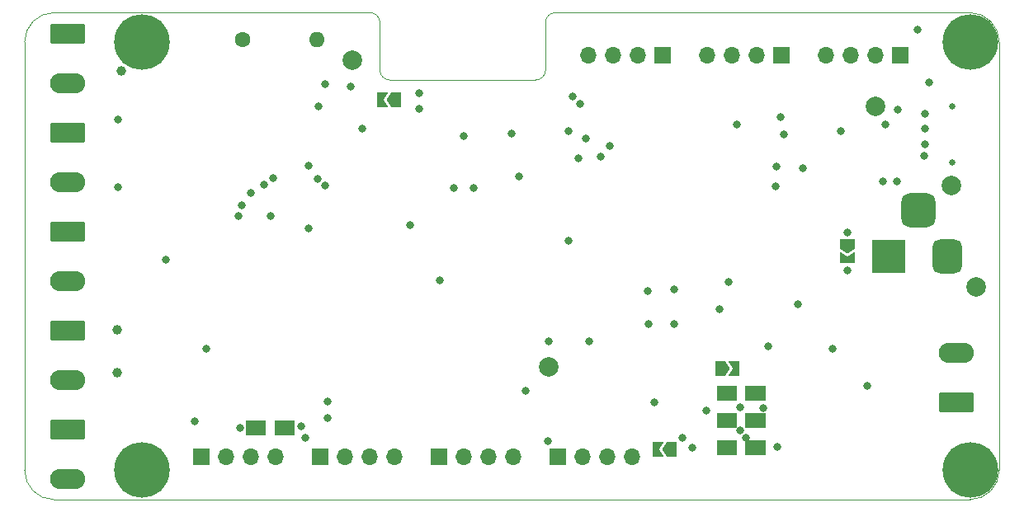
<source format=gbs>
G04 #@! TF.GenerationSoftware,KiCad,Pcbnew,(5.99.0-10216-g675444a646)*
G04 #@! TF.CreationDate,2021-05-11T20:11:49+02:00*
G04 #@! TF.ProjectId,ESP-Hiro,4553502d-4869-4726-9f2e-6b696361645f,rev?*
G04 #@! TF.SameCoordinates,Original*
G04 #@! TF.FileFunction,Soldermask,Bot*
G04 #@! TF.FilePolarity,Negative*
%FSLAX46Y46*%
G04 Gerber Fmt 4.6, Leading zero omitted, Abs format (unit mm)*
G04 Created by KiCad (PCBNEW (5.99.0-10216-g675444a646)) date 2021-05-11 20:11:49*
%MOMM*%
%LPD*%
G01*
G04 APERTURE LIST*
G04 Aperture macros list*
%AMRoundRect*
0 Rectangle with rounded corners*
0 $1 Rounding radius*
0 $2 $3 $4 $5 $6 $7 $8 $9 X,Y pos of 4 corners*
0 Add a 4 corners polygon primitive as box body*
4,1,4,$2,$3,$4,$5,$6,$7,$8,$9,$2,$3,0*
0 Add four circle primitives for the rounded corners*
1,1,$1+$1,$2,$3*
1,1,$1+$1,$4,$5*
1,1,$1+$1,$6,$7*
1,1,$1+$1,$8,$9*
0 Add four rect primitives between the rounded corners*
20,1,$1+$1,$2,$3,$4,$5,0*
20,1,$1+$1,$4,$5,$6,$7,0*
20,1,$1+$1,$6,$7,$8,$9,0*
20,1,$1+$1,$8,$9,$2,$3,0*%
%AMFreePoly0*
4,1,6,1.000000,0.000000,0.500000,-0.750000,-0.500000,-0.750000,-0.500000,0.750000,0.500000,0.750000,1.000000,0.000000,1.000000,0.000000,$1*%
%AMFreePoly1*
4,1,6,0.500000,-0.750000,-0.650000,-0.750000,-0.150000,0.000000,-0.650000,0.750000,0.500000,0.750000,0.500000,-0.750000,0.500000,-0.750000,$1*%
G04 Aperture macros list end*
G04 #@! TA.AperFunction,Profile*
%ADD10C,0.050000*%
G04 #@! TD*
%ADD11O,1.600000X1.600000*%
%ADD12C,1.600000*%
%ADD13R,1.700000X1.700000*%
%ADD14O,1.700000X1.700000*%
%ADD15C,0.650000*%
%ADD16RoundRect,0.249999X-1.550001X0.790001X-1.550001X-0.790001X1.550001X-0.790001X1.550001X0.790001X0*%
%ADD17O,3.600000X2.080000*%
%ADD18C,5.700000*%
%ADD19RoundRect,0.249999X1.550001X-0.790001X1.550001X0.790001X-1.550001X0.790001X-1.550001X-0.790001X0*%
%ADD20R,3.500000X3.500000*%
%ADD21RoundRect,0.750000X0.750000X1.000000X-0.750000X1.000000X-0.750000X-1.000000X0.750000X-1.000000X0*%
%ADD22RoundRect,0.875000X0.875000X0.875000X-0.875000X0.875000X-0.875000X-0.875000X0.875000X-0.875000X0*%
%ADD23FreePoly0,180.000000*%
%ADD24FreePoly1,180.000000*%
%ADD25FreePoly0,270.000000*%
%ADD26FreePoly1,270.000000*%
%ADD27R,1.500000X1.500000*%
%ADD28FreePoly0,0.000000*%
%ADD29C,2.000000*%
%ADD30FreePoly1,0.000000*%
%ADD31C,0.800000*%
%ADD32C,1.000000*%
G04 APERTURE END LIST*
D10*
X100000000Y-127000000D02*
X100000000Y-83000000D01*
X200000000Y-127000000D02*
G75*
G02*
X197000000Y-130000000I-3000000J0D01*
G01*
X100000000Y-83000000D02*
G75*
G02*
X103000000Y-80000000I3000000J0D01*
G01*
X154450000Y-80000000D02*
G75*
G03*
X153450000Y-81000000I0J-1000000D01*
G01*
X197000000Y-80000000D02*
X154450000Y-80000000D01*
X100000000Y-127000000D02*
G75*
G03*
X103000000Y-130000000I3000000J0D01*
G01*
X200000000Y-83000000D02*
X200000000Y-127000000D01*
X153450000Y-85900000D02*
G75*
G02*
X152450000Y-86900000I-1000000J0D01*
G01*
X136450000Y-81000000D02*
G75*
G03*
X135450000Y-80000000I-1000000J0D01*
G01*
X197000000Y-80000000D02*
G75*
G02*
X200000000Y-83000000I0J-3000000D01*
G01*
X136450000Y-85900000D02*
X136450000Y-81000000D01*
X153450000Y-85900000D02*
X153450000Y-81000000D01*
X103000000Y-80000000D02*
X135450000Y-80000000D01*
X137450000Y-86900000D02*
G75*
G02*
X136450000Y-85900000I0J1000000D01*
G01*
X137450000Y-86900000D02*
X152450000Y-86900000D01*
X197000000Y-130000000D02*
X103000000Y-130000000D01*
D11*
X130008600Y-82796800D03*
D12*
X122388600Y-82796800D03*
D13*
X177618000Y-84400000D03*
D14*
X175078000Y-84400000D03*
X172538000Y-84400000D03*
X169998000Y-84400000D03*
D15*
X195150000Y-95390000D03*
X195150000Y-89610000D03*
D16*
X104410000Y-122770000D03*
D17*
X104410000Y-127850000D03*
D16*
X104410000Y-92290000D03*
D17*
X104410000Y-97370000D03*
D16*
X104410000Y-82130000D03*
D17*
X104410000Y-87210000D03*
D16*
X104410000Y-102450000D03*
D17*
X104410000Y-107530000D03*
D16*
X104410000Y-112610000D03*
D17*
X104410000Y-117690000D03*
D13*
X142504000Y-125563000D03*
D14*
X145044000Y-125563000D03*
X147584000Y-125563000D03*
X150124000Y-125563000D03*
D18*
X112000000Y-83000000D03*
X197000000Y-83000000D03*
X112000000Y-127000000D03*
D13*
X130312000Y-125600000D03*
D14*
X132852000Y-125600000D03*
X135392000Y-125600000D03*
X137932000Y-125600000D03*
D13*
X165426000Y-84400000D03*
D14*
X162886000Y-84400000D03*
X160346000Y-84400000D03*
X157806000Y-84400000D03*
D19*
X195590000Y-120050000D03*
D17*
X195590000Y-114970000D03*
D13*
X118120000Y-125600000D03*
D14*
X120660000Y-125600000D03*
X123200000Y-125600000D03*
X125740000Y-125600000D03*
D18*
X197000000Y-127000000D03*
D20*
X188700000Y-105000000D03*
D21*
X194700000Y-105000000D03*
D22*
X191700000Y-100300000D03*
D13*
X154690000Y-125563000D03*
D14*
X157230000Y-125563000D03*
X159770000Y-125563000D03*
X162310000Y-125563000D03*
D13*
X189810000Y-84410000D03*
D14*
X187270000Y-84410000D03*
X184730000Y-84410000D03*
X182190000Y-84410000D03*
D23*
X138125000Y-88969000D03*
D24*
X136675000Y-88969000D03*
D25*
X184390000Y-103738000D03*
D26*
X184390000Y-105188000D03*
D27*
X124008000Y-122624000D03*
X126408000Y-122624000D03*
D23*
X127208000Y-122624000D03*
D28*
X123208000Y-122624000D03*
D29*
X153783000Y-116401000D03*
D27*
X174718000Y-124689000D03*
X172318000Y-124689000D03*
D23*
X175518000Y-124689000D03*
D28*
X171518000Y-124689000D03*
D29*
X195058000Y-97732000D03*
D28*
X171396000Y-116561000D03*
D30*
X172846000Y-116561000D03*
D29*
X187311000Y-89604000D03*
D27*
X172318000Y-121895000D03*
X174718000Y-121895000D03*
D23*
X175518000Y-121895000D03*
D28*
X171518000Y-121895000D03*
D23*
X166369000Y-124816000D03*
D24*
X164919000Y-124816000D03*
D29*
X197598000Y-108146000D03*
D27*
X172318000Y-119104000D03*
X174718000Y-119104000D03*
D23*
X175518000Y-119104000D03*
D28*
X171518000Y-119104000D03*
D29*
X133590000Y-84905000D03*
D31*
X186422000Y-118306000D03*
X183755000Y-92144000D03*
X109588500Y-97958000D03*
X153783000Y-113734000D03*
X129145000Y-102177000D03*
X117461000Y-121989000D03*
X172198000Y-107638000D03*
D32*
X109917200Y-85997200D03*
D31*
X192772000Y-87191000D03*
X131050000Y-119957000D03*
X130796000Y-87318000D03*
X157947800Y-113716200D03*
D32*
X109510800Y-112547800D03*
D31*
X167523286Y-123698714D03*
X109587000Y-91001000D03*
X114463000Y-105385000D03*
X175804000Y-120625000D03*
X155815000Y-103447000D03*
X191629000Y-81730000D03*
D32*
X109510800Y-116985200D03*
D31*
X118604000Y-114496000D03*
X189470000Y-97351000D03*
X189597000Y-89985000D03*
X128764000Y-123640000D03*
X166609200Y-108458400D03*
X131050000Y-121608000D03*
X163967600Y-108610800D03*
X184390000Y-106495000D03*
X133463000Y-87572000D03*
X151370000Y-118814000D03*
X145020000Y-92652000D03*
X130161000Y-89604000D03*
X129145000Y-95700000D03*
X123176000Y-98494000D03*
X140448000Y-88242000D03*
X140448000Y-89858000D03*
X157593000Y-92906000D03*
X159117000Y-94811000D03*
X160006000Y-93668000D03*
X150735000Y-96843000D03*
X155838567Y-92132567D03*
X149973000Y-92398000D03*
X156196000Y-88588000D03*
X144004000Y-97986000D03*
X156958000Y-89350000D03*
X130802223Y-97737186D03*
X156831000Y-94938000D03*
X146036000Y-97986000D03*
X124573000Y-97697000D03*
X134606000Y-91890000D03*
X122296608Y-99773608D03*
X139559000Y-101796000D03*
X153656000Y-124021000D03*
X164590118Y-120030698D03*
X142607000Y-107511000D03*
X125208000Y-100907000D03*
X121906000Y-100907000D03*
X125462000Y-96970000D03*
X130034000Y-97097000D03*
X173087000Y-91509000D03*
X177913000Y-92493000D03*
X177532000Y-90747000D03*
X179818000Y-95954000D03*
X188327000Y-91523000D03*
X188073000Y-97351000D03*
X177201000Y-124562000D03*
X168539286Y-124714714D03*
X176262000Y-114242000D03*
X182866000Y-114496000D03*
X184390000Y-102558000D03*
X192264000Y-94684000D03*
X192391000Y-90366000D03*
X173386134Y-122905161D03*
X173391000Y-120545500D03*
X177151000Y-95827000D03*
X177024000Y-97859000D03*
X192392741Y-93477000D03*
X192379998Y-91890000D03*
X169962000Y-120879000D03*
X171309000Y-110432000D03*
X179310000Y-109924000D03*
X128383000Y-122497000D03*
X122125000Y-122624000D03*
X163993000Y-112014400D03*
X166685400Y-111938200D03*
X174026000Y-123673000D03*
M02*

</source>
